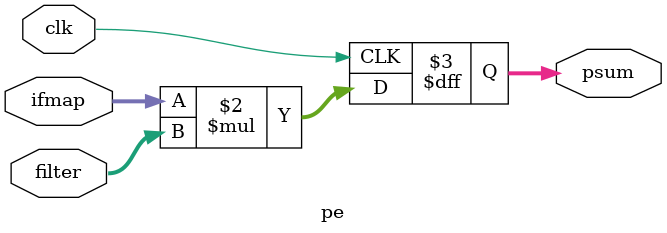
<source format=v>
module pe(
	input clk,
	input [7:0] ifmap, filter,
	output reg [15:0] psum
);

	always @(posedge clk) begin
		psum <= ifmap * filter;
		$display("ifmap: %d, filter: %d, psum: %d", ifmap, filter, psum);
	end
endmodule

</source>
